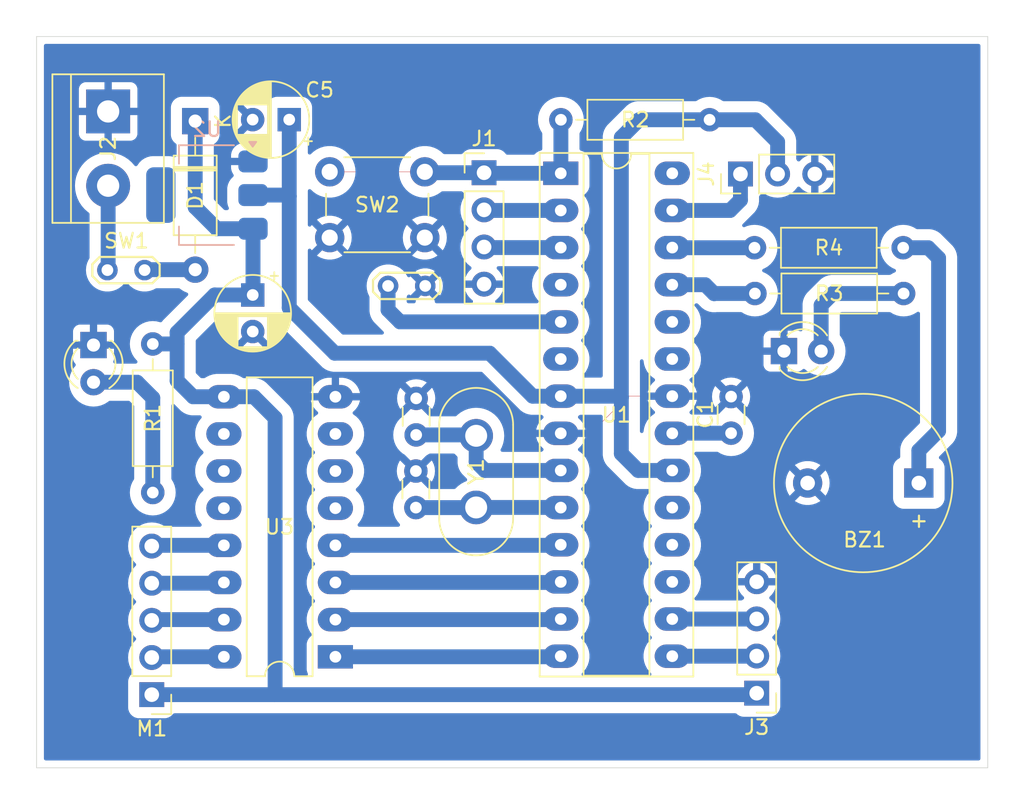
<source format=kicad_pcb>
(kicad_pcb (version 20240108) (generator "pcbnew") (generator_version "8.0")
  (layers (0 "F.Cu" signal) (31 "B.Cu" signal) (34 "B.Paste" user) (35 "F.Paste" user) (36 "B.SilkS" user "B.Silkscreen") (37 "F.SilkS" user "F.Silkscreen") (38 "B.Mask" user) (39 "F.Mask" user) (44 "Edge.Cuts" user))
  (net 0 "")
  (net 1 "GND")
  (net 2 "Net-(BZ1-+)")
  (net 3 "Net-(U1-AREF)")
  (net 4 "+12V")
  (net 5 "Net-(U1-XTAL1{slash}PB6)")
  (net 6 "Net-(U1-XTAL2{slash}PB7)")
  (net 7 "+5V")
  (net 8 "Net-(D1-A)")
  (net 9 "Net-(D2-A)")
  (net 10 "Net-(D3-A)")
  (net 11 "/Reset")
  (net 12 "/Tx")
  (net 13 "/Rx")
  (net 14 "Net-(J2-Pin_2)")
  (net 15 "/GSM_Rx")
  (net 16 "/GSM_Tx")
  (net 17 "/sensor")
  (net 18 "Net-(U3-O1)")
  (net 19 "Net-(U3-O4)")
  (net 20 "Net-(U3-O3)")
  (net 21 "Net-(M1--)")
  (net 22 "/Indicator")
  (net 23 "/Buzzer")
  (net 24 "Net-(U1-PD3)")
  (net 31 "/IN4")
  (net 32 "/IN3")
  (net 33 "/IN1")
  (net 34 "/IN2")
  (footprint "Connector_PinHeader_2.54mm:PinHeader_1x04_P2.54mm_Vertical" (layer "F.Cu") (at 134.15 56.77)
    (property "Reference" "J1" (at 0 -2.33 0) (layer "F.SilkS"))
    (property "Value" "Program")
    (pad "1" thru_hole rect (at 0 0) (size 1.7 1.7) (drill 1) (layers "*.Cu" "*.Mask") (net 11 "/Reset"))
    (pad "2" thru_hole oval (at 0 2.54) (size 1.7 1.7) (drill 1) (layers "*.Cu" "*.Mask") (net 13 "/Rx"))
    (pad "3" thru_hole oval (at 0 5.08) (size 1.7 1.7) (drill 1) (layers "*.Cu" "*.Mask") (net 12 "/Tx"))
    (pad "4" thru_hole oval (at 0 7.62) (size 1.7 1.7) (drill 1) (layers "*.Cu" "*.Mask") (net 1 "GND"))
  )
  (footprint "Package_DIP:DIP-16_W7.62mm_LongPads" (layer "F.Cu") (at 123.99 89.87 180)
    (property "Reference" "U3" (at 3.825 8.875 180) (layer "F.SilkS"))
    (property "Value" "ULN2003")
    (pad "1" thru_hole rect (at 0 0 180) (size 2.4 1.6) (drill 0.8) (layers "*.Cu" "*.Mask") (net 33 "/IN1"))
    (pad "2" thru_hole oval (at 0 2.54 180) (size 2.4 1.6) (drill 0.8) (layers "*.Cu" "*.Mask") (net 34 "/IN2"))
    (pad "3" thru_hole oval (at 0 5.08 180) (size 2.4 1.6) (drill 0.8) (layers "*.Cu" "*.Mask") (net 32 "/IN3"))
    (pad "4" thru_hole oval (at 0 7.62 180) (size 2.4 1.6) (drill 0.8) (layers "*.Cu" "*.Mask") (net 31 "/IN4"))
    (pad "5" thru_hole oval (at 0 10.16 180) (size 2.4 1.6) (drill 0.8) (layers "*.Cu" "*.Mask"))
    (pad "6" thru_hole oval (at 0 12.7 180) (size 2.4 1.6) (drill 0.8) (layers "*.Cu" "*.Mask"))
    (pad "7" thru_hole oval (at 0 15.24 180) (size 2.4 1.6) (drill 0.8) (layers "*.Cu" "*.Mask"))
    (pad "8" thru_hole oval (at 0 17.78 180) (size 2.4 1.6) (drill 0.8) (layers "*.Cu" "*.Mask") (net 1 "GND"))
    (pad "9" thru_hole oval (at 7.62 17.78 180) (size 2.4 1.6) (drill 0.8) (layers "*.Cu" "*.Mask") (net 4 "+12V"))
    (pad "10" thru_hole oval (at 7.62 15.24 180) (size 2.4 1.6) (drill 0.8) (layers "*.Cu" "*.Mask"))
    (pad "11" thru_hole oval (at 7.62 12.7 180) (size 2.4 1.6) (drill 0.8) (layers "*.Cu" "*.Mask"))
    (pad "12" thru_hole oval (at 7.62 10.16 180) (size 2.4 1.6) (drill 0.8) (layers "*.Cu" "*.Mask"))
    (pad "13" thru_hole oval (at 7.62 7.62 180) (size 2.4 1.6) (drill 0.8) (layers "*.Cu" "*.Mask") (net 19 "Net-(U3-O4)"))
    (pad "14" thru_hole oval (at 7.62 5.08 180) (size 2.4 1.6) (drill 0.8) (layers "*.Cu" "*.Mask") (net 20 "Net-(U3-O3)"))
    (pad "15" thru_hole oval (at 7.62 2.54 180) (size 2.4 1.6) (drill 0.8) (layers "*.Cu" "*.Mask") (net 21 "Net-(M1--)"))
    (pad "16" thru_hole oval (at 7.62 0 180) (size 2.4 1.6) (drill 0.8) (layers "*.Cu" "*.Mask") (net 18 "Net-(U3-O1)"))
  )
  (footprint "Capacitor_THT:C_Disc_D3.0mm_W1.6mm_P2.50mm" (layer "F.Cu") (at 129.49 77.17 -90)
    (property "Reference" "C4" (hide yes))
    (property "Value" "22pF")
    (pad "1" thru_hole circle (at 0 0 270) (size 1.6 1.6) (drill 0.8) (layers "*.Cu" "*.Mask") (net 1 "GND"))
    (pad "2" thru_hole circle (at 2.5 0 270) (size 1.6 1.6) (drill 0.8) (layers "*.Cu" "*.Mask") (net 6 "Net-(U1-XTAL2{slash}PB7)"))
  )
  (footprint "TestPoint:TestPoint_2Pads_Pitch2.54mm_Drill0.8mm" (layer "F.Cu") (at 108.41 63.43)
    (property "Reference" "SW1" (at 1.3 -2 0) (layer "F.SilkS"))
    (property "Value" "Switch")
    (pad "1" thru_hole circle (at 0 0) (size 1.4 1.4) (drill 0.8) (layers "*.Cu" "*.Mask") (net 14 "Net-(J2-Pin_2)"))
    (pad "2" thru_hole circle (at 2.54 0) (size 1.4 1.4) (drill 0.8) (layers "*.Cu" "*.Mask") (net 8 "Net-(D1-A)"))
  )
  (footprint "LED_THT:LED_D3.0mm" (layer "F.Cu") (at 154.645 68.97)
    (property "Reference" "D3" (hide yes))
    (property "Value" "Ind.")
    (pad "1" thru_hole rect (at 0 0) (size 1.8 1.8) (drill 0.9) (layers "*.Cu" "*.Mask") (net 1 "GND"))
    (pad "2" thru_hole circle (at 2.54 0) (size 1.8 1.8) (drill 0.9) (layers "*.Cu" "*.Mask") (net 10 "Net-(D3-A)"))
  )
  (footprint "Capacitor_THT:C_Disc_D3.0mm_W1.6mm_P2.50mm" (layer "F.Cu") (at 129.51 74.7 90)
    (property "Reference" "C3" (hide yes))
    (property "Value" "22pF")
    (pad "1" thru_hole circle (at 0 0 90) (size 1.6 1.6) (drill 0.8) (layers "*.Cu" "*.Mask") (net 5 "Net-(U1-XTAL1{slash}PB6)"))
    (pad "2" thru_hole circle (at 2.5 0 90) (size 1.6 1.6) (drill 0.8) (layers "*.Cu" "*.Mask") (net 1 "GND"))
  )
  (footprint "Button_Switch_THT:SW_PUSH_6mm" (layer "F.Cu") (at 123.6 56.71)
    (property "Reference" "SW2" (at 3.25 2.25 0) (layer "F.SilkS"))
    (property "Value" "Reset")
    (pad "1" thru_hole circle (at 0 0 90) (size 2 2) (drill 1.1) (layers "*.Cu" "*.Mask") (net 11 "/Reset"))
    (pad "1" thru_hole circle (at 6.5 0 90) (size 2 2) (drill 1.1) (layers "*.Cu" "*.Mask") (net 11 "/Reset"))
    (pad "2" thru_hole circle (at 0 4.5 90) (size 2 2) (drill 1.1) (layers "*.Cu" "*.Mask") (net 1 "GND"))
    (pad "2" thru_hole circle (at 6.5 4.5 90) (size 2 2) (drill 1.1) (layers "*.Cu" "*.Mask") (net 1 "GND"))
  )
  (footprint "Buzzer_Beeper:Buzzer_12x9.5RM7.6" (layer "F.Cu") (at 163.86 77.99 180)
    (property "Reference" "BZ1" (at 3.71 -3.88 180) (layer "F.SilkS"))
    (property "Value" "Buzzer")
    (fp_text user "+" (at -0.01 -2.54 180) (layer "F.SilkS"))
    (pad "1" thru_hole rect (at 0 0 180) (size 2 2) (drill 1) (layers "*.Cu" "*.Mask") (net 2 "Net-(BZ1-+)"))
    (pad "2" thru_hole circle (at 7.6 0 180) (size 2 2) (drill 1) (layers "*.Cu" "*.Mask") (net 1 "GND"))
  )
  (footprint "Resistor_THT:R_Axial_DIN0207_L6.3mm_D2.5mm_P10.16mm_Horizontal" (layer "F.Cu") (at 139.4 53.15)
    (property "Reference" "R2" (at 5.08 0 0) (layer "F.SilkS"))
    (property "Value" "10k")
    (pad "1" thru_hole circle (at 0 0) (size 1.6 1.6) (drill 0.8) (layers "*.Cu" "*.Mask") (net 11 "/Reset"))
    (pad "2" thru_hole oval (at 10.16 0) (size 1.6 1.6) (drill 0.8) (layers "*.Cu" "*.Mask") (net 7 "+5V"))
  )
  (footprint "Resistor_THT:R_Axial_DIN0207_L6.3mm_D2.5mm_P10.16mm_Horizontal" (layer "F.Cu") (at 152.66 65.03)
    (property "Reference" "R3" (at 5.08 0 0) (layer "F.SilkS"))
    (property "Value" "220")
    (pad "1" thru_hole circle (at 0 0) (size 1.6 1.6) (drill 0.8) (layers "*.Cu" "*.Mask") (net 22 "/Indicator"))
    (pad "2" thru_hole oval (at 10.16 0) (size 1.6 1.6) (drill 0.8) (layers "*.Cu" "*.Mask") (net 10 "Net-(D3-A)"))
  )
  (footprint "Connector_PinHeader_2.54mm:PinHeader_1x04_P2.54mm_Vertical" (layer "F.Cu") (at 152.78 92.36 180)
    (property "Reference" "J3" (at 0 -2.33 180) (layer "F.SilkS"))
    (property "Value" "GSM")
    (pad "1" thru_hole rect (at 0 0 180) (size 1.7 1.7) (drill 1) (layers "*.Cu" "*.Mask") (net 4 "+12V"))
    (pad "2" thru_hole oval (at 0 2.54 180) (size 1.7 1.7) (drill 1) (layers "*.Cu" "*.Mask") (net 15 "/GSM_Rx"))
    (pad "3" thru_hole oval (at 0 5.08 180) (size 1.7 1.7) (drill 1) (layers "*.Cu" "*.Mask") (net 16 "/GSM_Tx"))
    (pad "4" thru_hole oval (at 0 7.62 180) (size 1.7 1.7) (drill 1) (layers "*.Cu" "*.Mask") (net 1 "GND"))
  )
  (footprint "Capacitor_THT:CP_Radial_D5.0mm_P2.50mm" (layer "F.Cu") (at 118.34 65.13 -90)
    (property "Reference" "C2" (hide yes))
    (property "Value" "100uF")
    (pad "1" thru_hole rect (at 0 0 270) (size 1.6 1.6) (drill 0.8) (layers "*.Cu" "*.Mask") (net 4 "+12V"))
    (pad "2" thru_hole circle (at 2.5 0 270) (size 1.6 1.6) (drill 0.8) (layers "*.Cu" "*.Mask") (net 1 "GND"))
  )
  (footprint "LED_THT:LED_D3.0mm" (layer "F.Cu") (at 107.46 68.555 -90)
    (property "Reference" "D2" (hide yes))
    (property "Value" "Power")
    (pad "1" thru_hole rect (at 0 0 270) (size 1.8 1.8) (drill 0.9) (layers "*.Cu" "*.Mask") (net 1 "GND"))
    (pad "2" thru_hole circle (at 2.54 0 270) (size 1.8 1.8) (drill 0.9) (layers "*.Cu" "*.Mask") (net 9 "Net-(D2-A)"))
  )
  (footprint "Diode_THT:D_A-405_P10.16mm_Horizontal" (layer "F.Cu") (at 114.41 53.24 -90)
    (property "Reference" "D1" (at 5.08 0 90) (layer "F.SilkS"))
    (property "Value" "1N4001")
    (fp_text user "K" (at 0 -1.9 90) (layer "F.SilkS"))
    (pad "1" thru_hole rect (at 0 0 270) (size 1.8 1.8) (drill 0.9) (layers "*.Cu" "*.Mask") (net 4 "+12V"))
    (pad "2" thru_hole oval (at 10.16 0 270) (size 1.8 1.8) (drill 0.9) (layers "*.Cu" "*.Mask") (net 8 "Net-(D1-A)"))
  )
  (footprint "TestPoint:TestPoint_2Pads_Pitch2.54mm_Drill0.8mm" (layer "F.Cu") (at 130.13 64.51 180)
    (property "Reference" "SW3" (hide yes))
    (property "Value" "SW_Push" (hide yes))
    (pad "1" thru_hole circle (at 0 0 180) (size 1.4 1.4) (drill 0.8) (layers "*.Cu" "*.Mask") (net 1 "GND"))
    (pad "2" thru_hole circle (at 2.54 0 180) (size 1.4 1.4) (drill 0.8) (layers "*.Cu" "*.Mask") (net 24 "Net-(U1-PD3)"))
  )
  (footprint "Crystal:Crystal_HC50_Vertical" (layer "F.Cu") (at 133.61 79.66 90)
    (property "Reference" "Y1" (at 2.45 0 -90) (layer "F.SilkS"))
    (property "Value" "16MHz")
    (pad "1" thru_hole circle (at 0 0 90) (size 2.3 2.3) (drill 1.5) (layers "*.Cu" "*.Mask") (net 6 "Net-(U1-XTAL2{slash}PB7)"))
    (pad "2" thru_hole circle (at 4.9 0 90) (size 2.3 2.3) (drill 1.5) (layers "*.Cu" "*.Mask") (net 5 "Net-(U1-XTAL1{slash}PB6)"))
  )
  (footprint "Package_DIP:DIP-28_W7.62mm_Socket_LongPads" (layer "F.Cu") (at 139.39 56.81)
    (property "Reference" "U1" (at 3.8 16.525 0) (layer "F.SilkS"))
    (property "Value" "ATmega328P-P")
    (pad "1" thru_hole rect (at 0 0) (size 2.4 1.6) (drill 0.8) (layers "*.Cu" "*.Mask") (net 11 "/Reset"))
    (pad "2" thru_hole oval (at 0 2.54) (size 2.4 1.6) (drill 0.8) (layers "*.Cu" "*.Mask") (net 13 "/Rx"))
    (pad "3" thru_hole oval (at 0 5.08) (size 2.4 1.6) (drill 0.8) (layers "*.Cu" "*.Mask") (net 12 "/Tx"))
    (pad "4" thru_hole oval (at 0 7.62) (size 2.4 1.6) (drill 0.8) (layers "*.Cu" "*.Mask"))
    (pad "5" thru_hole oval (at 0 10.16) (size 2.4 1.6) (drill 0.8) (layers "*.Cu" "*.Mask") (net 24 "Net-(U1-PD3)"))
    (pad "6" thru_hole oval (at 0 12.7) (size 2.4 1.6) (drill 0.8) (layers "*.Cu" "*.Mask"))
    (pad "7" thru_hole oval (at 0 15.24) (size 2.4 1.6) (drill 0.8) (layers "*.Cu" "*.Mask") (net 7 "+5V"))
    (pad "8" thru_hole oval (at 0 17.78) (size 2.4 1.6) (drill 0.8) (layers "*.Cu" "*.Mask") (net 1 "GND"))
    (pad "9" thru_hole oval (at 0 20.32) (size 2.4 1.6) (drill 0.8) (layers "*.Cu" "*.Mask") (net 5 "Net-(U1-XTAL1{slash}PB6)"))
    (pad "10" thru_hole oval (at 0 22.86) (size 2.4 1.6) (drill 0.8) (layers "*.Cu" "*.Mask") (net 6 "Net-(U1-XTAL2{slash}PB7)"))
    (pad "11" thru_hole oval (at 0 25.4) (size 2.4 1.6) (drill 0.8) (layers "*.Cu" "*.Mask") (net 31 "/IN4"))
    (pad "12" thru_hole oval (at 0 27.94) (size 2.4 1.6) (drill 0.8) (layers "*.Cu" "*.Mask") (net 32 "/IN3"))
    (pad "13" thru_hole oval (at 0 30.48) (size 2.4 1.6) (drill 0.8) (layers "*.Cu" "*.Mask") (net 34 "/IN2"))
    (pad "14" thru_hole oval (at 0 33.02) (size 2.4 1.6) (drill 0.8) (layers "*.Cu" "*.Mask") (net 33 "/IN1"))
    (pad "15" thru_hole oval (at 7.62 33.02) (size 2.4 1.6) (drill 0.8) (layers "*.Cu" "*.Mask") (net 15 "/GSM_Rx"))
    (pad "16" thru_hole oval (at 7.62 30.48) (size 2.4 1.6) (drill 0.8) (layers "*.Cu" "*.Mask") (net 16 "/GSM_Tx"))
    (pad "17" thru_hole oval (at 7.62 27.94) (size 2.4 1.6) (drill 0.8) (layers "*.Cu" "*.Mask"))
    (pad "18" thru_hole oval (at 7.62 25.4) (size 2.4 1.6) (drill 0.8) (layers "*.Cu" "*.Mask"))
    (pad "19" thru_hole oval (at 7.62 22.86) (size 2.4 1.6) (drill 0.8) (layers "*.Cu" "*.Mask"))
    (pad "20" thru_hole oval (at 7.62 20.32) (size 2.4 1.6) (drill 0.8) (layers "*.Cu" "*.Mask") (net 7 "+5V"))
    (pad "21" thru_hole oval (at 7.62 17.78) (size 2.4 1.6) (drill 0.8) (layers "*.Cu" "*.Mask") (net 3 "Net-(U1-AREF)"))
    (pad "22" thru_hole oval (at 7.62 15.24) (size 2.4 1.6) (drill 0.8) (layers "*.Cu" "*.Mask") (net 1 "GND"))
    (pad "23" thru_hole oval (at 7.62 12.7) (size 2.4 1.6) (drill 0.8) (layers "*.Cu" "*.Mask"))
    (pad "24" thru_hole oval (at 7.62 10.16) (size 2.4 1.6) (drill 0.8) (layers "*.Cu" "*.Mask"))
    (pad "25" thru_hole oval (at 7.62 7.62) (size 2.4 1.6) (drill 0.8) (layers "*.Cu" "*.Mask") (net 22 "/Indicator"))
    (pad "26" thru_hole oval (at 7.62 5.08) (size 2.4 1.6) (drill 0.8) (layers "*.Cu" "*.Mask") (net 23 "/Buzzer"))
    (pad "27" thru_hole oval (at 7.62 2.54) (size 2.4 1.6) (drill 0.8) (layers "*.Cu" "*.Mask") (net 17 "/sensor"))
    (pad "28" thru_hole oval (at 7.62 0) (size 2.4 1.6) (drill 0.8) (layers "*.Cu" "*.Mask"))
  )
  (footprint "Resistor_THT:R_Axial_DIN0207_L6.3mm_D2.5mm_P10.16mm_Horizontal" (layer "F.Cu") (at 111.51 68.48 -90)
    (property "Reference" "R1" (at 5.08 0 90) (layer "F.SilkS"))
    (property "Value" "1k")
    (pad "1" thru_hole circle (at 0 0 270) (size 1.6 1.6) (drill 0.8) (layers "*.Cu" "*.Mask") (net 4 "+12V"))
    (pad "2" thru_hole oval (at 10.16 0 270) (size 1.6 1.6) (drill 0.8) (layers "*.Cu" "*.Mask") (net 9 "Net-(D2-A)"))
  )
  (footprint "Connector_PinHeader_2.54mm:PinHeader_1x05_P2.54mm_Vertical" (layer "F.Cu") (at 111.44 92.46 180)
    (property "Reference" "M1" (at 0 -2.33 180) (layer "F.SilkS"))
    (property "Value" "Stepper_Motor")
    (pad "1" thru_hole rect (at 0 0 180) (size 1.7 1.7) (drill 1) (layers "*.Cu" "*.Mask") (net 4 "+12V"))
    (pad "2" thru_hole oval (at 0 2.54 180) (size 1.7 1.7) (drill 1) (layers "*.Cu" "*.Mask") (net 18 "Net-(U3-O1)"))
    (pad "3" thru_hole oval (at 0 5.08 180) (size 1.7 1.7) (drill 1) (layers "*.Cu" "*.Mask") (net 21 "Net-(M1--)"))
    (pad "4" thru_hole oval (at 0 7.62 180) (size 1.7 1.7) (drill 1) (layers "*.Cu" "*.Mask") (net 20 "Net-(U3-O3)"))
    (pad "5" thru_hole oval (at 0 10.16 180) (size 1.7 1.7) (drill 1) (layers "*.Cu" "*.Mask") (net 19 "Net-(U3-O4)"))
  )
  (footprint "Capacitor_THT:CP_Radial_D5.0mm_P2.50mm" (layer "F.Cu") (at 120.835113 53.14 180)
    (property "Reference" "C5" (at -2.074887 2.03 180) (layer "F.SilkS"))
    (property "Value" "100uF")
    (pad "1" thru_hole rect (at 0 0 180) (size 1.6 1.6) (drill 0.8) (layers "*.Cu" "*.Mask") (net 7 "+5V"))
    (pad "2" thru_hole circle (at 2.5 0 180) (size 1.6 1.6) (drill 0.8) (layers "*.Cu" "*.Mask") (net 1 "GND"))
  )
  (footprint "Capacitor_THT:C_Disc_D3.0mm_W1.6mm_P2.50mm" (layer "F.Cu") (at 151.03 74.58 90)
    (property "Reference" "C1" (at 1.28 -1.76 -90) (layer "F.SilkS"))
    (property "Value" "100nF")
    (pad "1" thru_hole circle (at 0 0 90) (size 1.6 1.6) (drill 0.8) (layers "*.Cu" "*.Mask") (net 3 "Net-(U1-AREF)"))
    (pad "2" thru_hole circle (at 2.5 0 90) (size 1.6 1.6) (drill 0.8) (layers "*.Cu" "*.Mask") (net 1 "GND"))
  )
  (footprint "Connector_PinHeader_2.54mm:PinHeader_1x03_P2.54mm_Vertical" (layer "F.Cu") (at 151.67 56.86 90)
    (property "Reference" "J4" (at 0 -2.33 -90) (layer "F.SilkS"))
    (property "Value" "Sensor")
    (pad "1" thru_hole rect (at 0 0 90) (size 1.7 1.7) (drill 1) (layers "*.Cu" "*.Mask") (net 17 "/sensor"))
    (pad "2" thru_hole oval (at 0 2.54 90) (size 1.7 1.7) (drill 1) (layers "*.Cu" "*.Mask") (net 7 "+5V"))
    (pad "3" thru_hole oval (at 0 5.08 90) (size 1.7 1.7) (drill 1) (layers "*.Cu" "*.Mask") (net 1 "GND"))
  )
  (footprint "Resistor_THT:R_Axial_DIN0207_L6.3mm_D2.5mm_P10.16mm_Horizontal" (layer "F.Cu") (at 152.63 61.9)
    (property "Reference" "R4" (at 5.08 0 0) (layer "F.SilkS"))
    (property "Value" "100")
    (pad "1" thru_hole circle (at 0 0) (size 1.6 1.6) (drill 0.8) (layers "*.Cu" "*.Mask") (net 23 "/Buzzer"))
    (pad "2" thru_hole oval (at 10.16 0) (size 1.6 1.6) (drill 0.8) (layers "*.Cu" "*.Mask") (net 2 "Net-(BZ1-+)"))
  )
  (footprint "TerminalBlock:TerminalBlock_bornier-2_P5.08mm" (layer "F.Cu") (at 108.46 52.58 -90)
    (property "Reference" "J2" (at 2.54 0 90) (layer "F.SilkS"))
    (property "Value" "Power")
    (pad "1" thru_hole rect (at 0 0 270) (size 3 3) (drill 1.52) (layers "*.Cu" "*.Mask") (net 1 "GND"))
    (pad "2" thru_hole circle (at 5.08 0 270) (size 3 3) (drill 1.52) (layers "*.Cu" "*.Mask") (net 14 "Net-(J2-Pin_2)"))
  )
  (footprint "Package_TO_SOT_SMD:SOT-223-3_TabPin2" (layer "B.Cu") (at 115.21 58.3 180)
    (property "Reference" "U2" (at 0 4.5 180) (layer "B.SilkS") (effects (justify mirror)))
    (property "Value" "AMS1117-5.0")
    (pad "1" smd roundrect (at -3.15 2.3 180) (size 2 1.5) (layers "B.Cu" "B.Paste" "B.Mask") (net 1 "GND"))
    (pad "2" smd roundrect (at -3.15 0 180) (size 2 1.5) (layers "B.Cu" "B.Paste" "B.Mask") (net 7 "+5V"))
    (pad "2" smd roundrect (at 3.15 0 180) (size 2 3.8) (layers "B.Cu" "B.Paste" "B.Mask"))
    (pad "3" smd roundrect (at -3.15 -2.3 180) (size 2 1.5) (layers "B.Cu" "B.Paste" "B.Mask") (net 4 "+12V"))
  )
  (gr_line (start 103.57 47.46) (end 168.57 47.46) (stroke (width 0.05)) (layer "Edge.Cuts"))
  (gr_line (start 168.57 97.46) (end 103.57 97.46) (stroke (width 0.05)) (layer "Edge.Cuts"))
  (gr_line (start 103.57 97.46) (end 103.57 47.46) (stroke (width 0.05)) (layer "Edge.Cuts"))
  (gr_line (start 168.57 47.46) (end 168.57 97.46) (stroke (width 0.05)) (layer "Edge.Cuts"))
  (segment (start 143.98 72.05) (end 147.01 72.05) (width 0.0254) (layer "F.Cu") (net 1))
  (segment (start 141.44 74.59) (end 143.98 72.05) (width 0.0254) (layer "F.Cu") (net 1))
  (segment (start 139.39 74.59) (end 141.44 74.59) (width 0.0254) (layer "F.Cu") (net 1))
  (segment (start 164.5 61.9) (end 165.21 62.61) (width 1.016) (layer "B.Cu") (net 2))
  (segment (start 162.79 61.9) (end 164.5 61.9) (width 1.016) (layer "B.Cu") (net 2))
  (segment (start 163.86 75.77) (end 163.86 77.99) (width 1.016) (layer "B.Cu") (net 2))
  (segment (start 165.21 62.61) (end 165.21 74.42) (width 1.016) (layer "B.Cu") (net 2))
  (segment (start 165.21 74.42) (end 163.86 75.77) (width 1.016) (layer "B.Cu") (net 2))
  (segment (start 151.03 74.58) (end 147.02 74.58) (width 1.016) (layer "B.Cu") (net 3))
  (segment (start 147.02 74.58) (end 147.01 74.59) (width 1.016) (layer "B.Cu") (net 3))
  (segment (start 119.87 73.54) (end 119.87 92.42) (width 1.016) (layer "B.Cu") (net 4))
  (segment (start 113.174 68.48) (end 111.51 68.48) (width 1.016) (layer "B.Cu") (net 4))
  (segment (start 115.74 65.13) (end 113.174 67.696) (width 1.016) (layer "B.Cu") (net 4))
  (segment (start 114.27 72.09) (end 116.37 72.09) (width 1.016) (layer "B.Cu") (net 4))
  (segment (start 118.34 65.13) (end 115.74 65.13) (width 1.016) (layer "B.Cu") (net 4))
  (segment (start 118.42 72.09) (end 119.87 73.54) (width 1.016) (layer "B.Cu") (net 4))
  (segment (start 113.174 67.696) (end 113.174 68.48) (width 1.016) (layer "B.Cu") (net 4))
  (segment (start 152.68 92.46) (end 152.78 92.36) (width 1.016) (layer "B.Cu") (net 4))
  (segment (start 113.174 68.48) (end 113.174 70.994) (width 1.016) (layer "B.Cu") (net 4))
  (segment (start 111.44 92.46) (end 119.83 92.46) (width 1.016) (layer "B.Cu") (net 4))
  (segment (start 119.87 92.42) (end 119.83 92.46) (width 1.016) (layer "B.Cu") (net 4))
  (segment (start 119.83 92.46) (end 152.68 92.46) (width 1.016) (layer "B.Cu") (net 4))
  (segment (start 118.36 60.6) (end 115.88 60.6) (width 1.016) (layer "B.Cu") (net 4))
  (segment (start 118.36 60.6) (end 118.36 65.11) (width 1.016) (layer "B.Cu") (net 4))
  (segment (start 118.36 65.11) (end 118.34 65.13) (width 1.016) (layer "B.Cu") (net 4))
  (segment (start 113.174 70.994) (end 114.27 72.09) (width 1.016) (layer "B.Cu") (net 4))
  (segment (start 114.41 59.13) (end 114.41 53.24) (width 1.016) (layer "B.Cu") (net 4))
  (segment (start 115.88 60.6) (end 114.41 59.13) (width 1.016) (layer "B.Cu") (net 4))
  (segment (start 116.37 72.09) (end 118.42 72.09) (width 1.016) (layer "B.Cu") (net 4))
  (segment (start 129.51 74.7) (end 133.55 74.7) (width 1.016) (layer "B.Cu") (net 5))
  (segment (start 133.61 76.53) (end 133.61 74.76) (width 1.016) (layer "B.Cu") (net 5))
  (segment (start 134.21 77.13) (end 133.61 76.53) (width 1.016) (layer "B.Cu") (net 5))
  (segment (start 133.55 74.7) (end 133.61 74.76) (width 1.016) (layer "B.Cu") (net 5))
  (segment (start 139.39 77.13) (end 134.21 77.13) (width 1.016) (layer "B.Cu") (net 5))
  (segment (start 133.6 79.67) (end 133.61 79.66) (width 1.016) (layer "B.Cu") (net 6))
  (segment (start 133.61 79.66) (end 139.38 79.66) (width 1.016) (layer "B.Cu") (net 6))
  (segment (start 139.38 79.66) (end 139.39 79.67) (width 1.016) (layer "B.Cu") (net 6))
  (segment (start 129.49 79.67) (end 133.6 79.67) (width 1.016) (layer "B.Cu") (net 6))
  (segment (start 120.755113 58.3) (end 120.835113 58.38) (width 1.016) (layer "B.Cu") (net 7))
  (segment (start 134.53 69.11) (end 137.47 72.05) (width 1.016) (layer "B.Cu") (net 7))
  (segment (start 120.835113 66.005113) (end 123.94 69.11) (width 1.016) (layer "B.Cu") (net 7))
  (segment (start 143.53 75.98) (end 144.68 77.13) (width 1.016) (layer "B.Cu") (net 7))
  (segment (start 154.21 54.67) (end 154.21 56.86) (width 1.016) (layer "B.Cu") (net 7))
  (segment (start 123.94 69.11) (end 134.53 69.11) (width 1.016) (layer "B.Cu") (net 7))
  (segment (start 120.835113 53.14) (end 120.835113 58.38) (width 1.016) (layer "B.Cu") (net 7))
  (segment (start 143.53 54.36) (end 143.53 72.12) (width 1.016) (layer "B.Cu") (net 7))
  (segment (start 139.39 72.05) (end 143.46 72.05) (width 1.016) (layer "B.Cu") (net 7))
  (segment (start 144.74 53.15) (end 143.53 54.36) (width 1.016) (layer "B.Cu") (net 7))
  (segment (start 118.36 58.3) (end 120.755113 58.3) (width 1.016) (layer "B.Cu") (net 7))
  (segment (start 143.46 72.05) (end 143.53 72.12) (width 1.016) (layer "B.Cu") (net 7))
  (segment (start 149.56 53.15) (end 152.69 53.15) (width 1.016) (layer "B.Cu") (net 7))
  (segment (start 152.69 53.15) (end 154.21 54.67) (width 1.016) (layer "B.Cu") (net 7))
  (segment (start 120.835113 58.38) (end 120.835113 66.005113) (width 1.016) (layer "B.Cu") (net 7))
  (segment (start 149.56 53.15) (end 144.74 53.15) (width 1.016) (layer "B.Cu") (net 7))
  (segment (start 144.68 77.13) (end 147.01 77.13) (width 1.016) (layer "B.Cu") (net 7))
  (segment (start 143.53 72.12) (end 143.53 75.98) (width 1.016) (layer "B.Cu") (net 7))
  (segment (start 137.47 72.05) (end 139.39 72.05) (width 1.016) (layer "B.Cu") (net 7))
  (segment (start 110.98 63.4) (end 110.95 63.43) (width 1.016) (layer "B.Cu") (net 8))
  (segment (start 114.41 63.4) (end 110.98 63.4) (width 1.016) (layer "B.Cu") (net 8))
  (segment (start 107.46 71.095) (end 110.435 71.095) (width 1.016) (layer "B.Cu") (net 9))
  (segment (start 111.51 72.17) (end 111.51 78.64) (width 1.016) (layer "B.Cu") (net 9))
  (segment (start 110.435 71.095) (end 111.51 72.17) (width 1.016) (layer "B.Cu") (net 9))
  (segment (start 162.82 65.03) (end 157.98 65.03) (width 1.016) (layer "B.Cu") (net 10))
  (segment (start 157.98 65.03) (end 157.185 65.825) (width 1.016) (layer "B.Cu") (net 10))
  (segment (start 157.185 65.825) (end 157.185 68.97) (width 1.016) (layer "B.Cu") (net 10))
  (segment (start 130.1 56.71) (end 123.6 56.71) (width 0.0254) (layer "F.Cu") (net 11))
  (segment (start 134.15 56.77) (end 130.16 56.77) (width 1.016) (layer "B.Cu") (net 11))
  (segment (start 130.16 56.77) (end 130.1 56.71) (width 1.016) (layer "B.Cu") (net 11))
  (segment (start 139.39 56.81) (end 134.19 56.81) (width 1.016) (layer "B.Cu") (net 11))
  (segment (start 139.4 53.15) (end 139.4 56.8) (width 1.016) (layer "B.Cu") (net 11))
  (segment (start 139.4 56.8) (end 139.39 56.81) (width 1.016) (layer "B.Cu") (net 11))
  (segment (start 134.19 56.81) (end 134.15 56.77) (width 1.016) (layer "B.Cu") (net 11))
  (segment (start 134.19 61.89) (end 134.15 61.85) (width 1.016) (layer "B.Cu") (net 12))
  (segment (start 139.39 61.89) (end 134.19 61.89) (width 1.016) (layer "B.Cu") (net 12))
  (segment (start 134.19 59.35) (end 134.15 59.31) (width 1.016) (layer "B.Cu") (net 13))
  (segment (start 139.39 59.35) (end 134.19 59.35) (width 1.016) (layer "B.Cu") (net 13))
  (segment (start 108.46 63.37) (end 108.55 63.46) (width 1.016) (layer "B.Cu") (net 14))
  (segment (start 108.46 57.66) (end 108.46 63.37) (width 1.016) (layer "B.Cu") (net 14))
  (segment (start 152.77 89.83) (end 152.78 89.82) (width 1.016) (layer "B.Cu") (net 15))
  (segment (start 147.01 89.83) (end 152.77 89.83) (width 1.016) (layer "B.Cu") (net 15))
  (segment (start 147.01 87.29) (end 152.77 87.29) (width 1.016) (layer "B.Cu") (net 16))
  (segment (start 152.77 87.29) (end 152.78 87.28) (width 1.016) (layer "B.Cu") (net 16))
  (segment (start 151.67 58.64) (end 151.67 56.86) (width 1.016) (layer "B.Cu") (net 17))
  (segment (start 147.01 59.35) (end 150.96 59.35) (width 1.016) (layer "B.Cu") (net 17))
  (segment (start 150.96 59.35) (end 151.67 58.64) (width 1.016) (layer "B.Cu") (net 17))
  (segment (start 116.37 89.87) (end 111.49 89.87) (width 1.016) (layer "B.Cu") (net 18))
  (segment (start 111.49 89.87) (end 111.44 89.92) (width 1.016) (layer "B.Cu") (net 18))
  (segment (start 116.37 82.25) (end 111.49 82.25) (width 1.016) (layer "B.Cu") (net 19))
  (segment (start 111.49 82.25) (end 111.44 82.3) (width 1.016) (layer "B.Cu") (net 19))
  (segment (start 116.32 84.84) (end 116.37 84.79) (width 1.016) (layer "B.Cu") (net 20))
  (segment (start 111.44 84.84) (end 116.32 84.84) (width 1.016) (layer "B.Cu") (net 20))
  (segment (start 116.37 87.33) (end 111.49 87.33) (width 1.016) (layer "B.Cu") (net 21))
  (segment (start 111.49 87.33) (end 111.44 87.38) (width 1.016) (layer "B.Cu") (net 21))
  (segment (start 149.88 65.03) (end 152.66 65.03) (width 1.016) (layer "B.Cu") (net 22))
  (segment (start 149.87 65.04) (end 149.88 65.03) (width 1.016) (layer "B.Cu") (net 22))
  (segment (start 147.01 64.43) (end 149.26 64.43) (width 1.016) (layer "B.Cu") (net 22))
  (segment (start 149.26 64.43) (end 149.87 65.04) (width 1.016) (layer "B.Cu") (net 22))
  (segment (start 147.02 61.9) (end 147.01 61.89) (width 1.016) (layer "B.Cu") (net 23))
  (segment (start 152.63 61.9) (end 147.02 61.9) (width 1.016) (layer "B.Cu") (net 23))
  (segment (start 127.59 66.15) (end 127.59 64.51) (width 1.016) (layer "B.Cu") (net 24))
  (segment (start 139.39 66.97) (end 128.41 66.97) (width 1.016) (layer "B.Cu") (net 24))
  (segment (start 128.41 66.97) (end 127.59 66.15) (width 1.016) (layer "B.Cu") (net 24))
  (segment (start 123.99 82.25) (end 139.35 82.25) (width 1.016) (layer "B.Cu") (net 31))
  (segment (start 139.35 82.25) (end 139.39 82.21) (width 1.016) (layer "B.Cu") (net 31))
  (segment (start 139.35 84.79) (end 139.39 84.75) (width 1.016) (layer "B.Cu") (net 32))
  (segment (start 123.99 84.79) (end 139.35 84.79) (width 1.016) (layer "B.Cu") (net 32))
  (segment (start 139.35 89.87) (end 139.39 89.83) (width 1.016) (layer "B.Cu") (net 33))
  (segment (start 123.99 89.87) (end 139.35 89.87) (width 1.016) (layer "B.Cu") (net 33))
  (segment (start 139.35 87.33) (end 139.39 87.29) (width 1.016) (layer "B.Cu") (net 34))
  (segment (start 123.99 87.33) (end 139.35 87.33) (width 1.016) (layer "B.Cu") (net 34))
  (zone (net 1) (net_name "GND") (layer "B.Cu") (connect_pads (clearance 0.5)) (min_thickness 0.25) (fill yes (thermal_gap 0.5) (thermal_bridge_width 0.5))
    (polygon (pts (xy 101.07 44.96) (xy 171.07 44.96) (xy 171.07 99.96) (xy 101.07 99.96)))
  )
)
</source>
